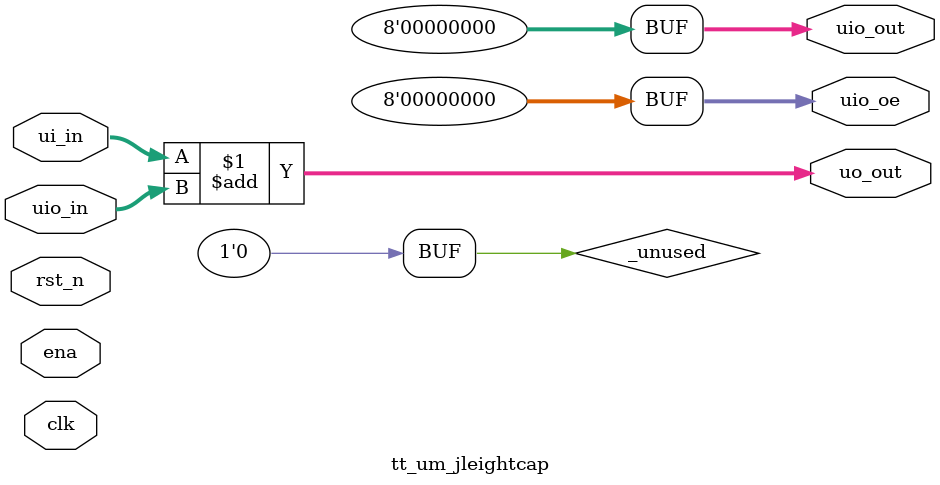
<source format=v>
/*
 * Copyright (c) 2024 Your Name
 * SPDX-License-Identifier: Apache-2.0
 */

`default_nettype none

module tt_um_jleightcap (
    input  wire [7:0] ui_in,    // Dedicated inputs
    output wire [7:0] uo_out,   // Dedicated outputs
    input  wire [7:0] uio_in,   // IOs: Input path
    output wire [7:0] uio_out,  // IOs: Output path
    output wire [7:0] uio_oe,   // IOs: Enable path (active high: 0=input, 1=output)
    input  wire       ena,      // always 1 when the design is powered, so you can ignore it
    input  wire       clk,      // clock
    input  wire       rst_n     // reset_n - low to reset
);

  // All output pins must be assigned. If not used, assign to 0.
  assign uo_out  = ui_in + uio_in;  // Example: ou_out is the sum of ui_in and uio_in
  assign uio_out = 0;
  assign uio_oe  = 0;

  // List all unused inputs to prevent warnings
  wire _unused = &{ena, clk, rst_n, 1'b0};

endmodule

</source>
